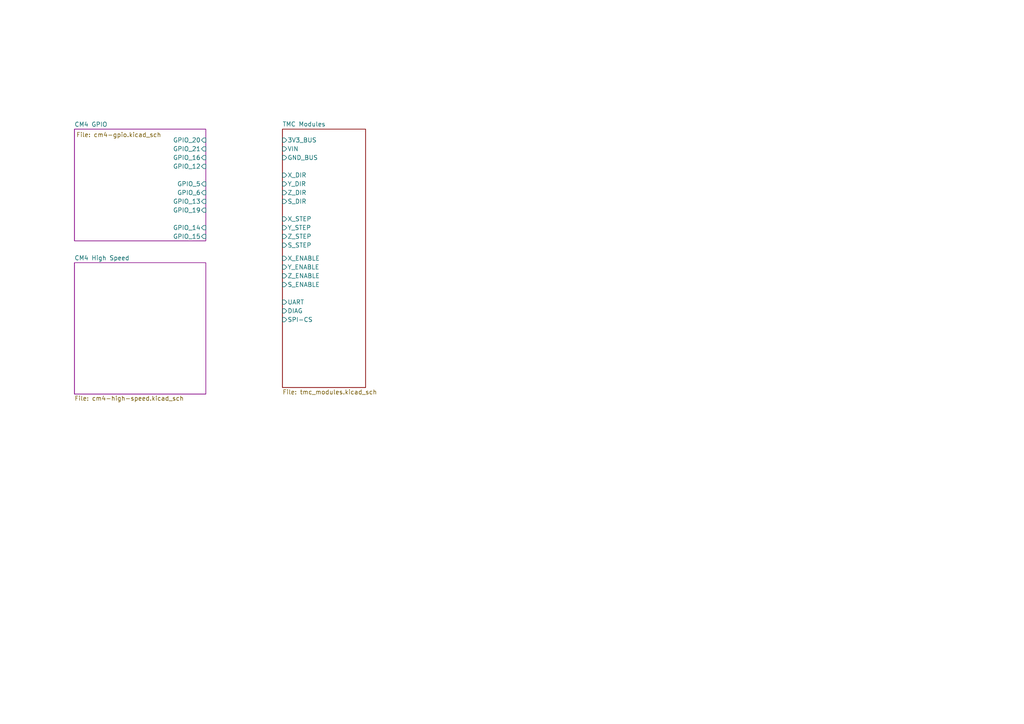
<source format=kicad_sch>
(kicad_sch
	(version 20250114)
	(generator "eeschema")
	(generator_version "9.0")
	(uuid "1dfe14b9-511b-4f2a-ad9b-70ff104a913e")
	(paper "A4")
	(title_block
		(title "A1K CMBoard")
		(date "2-03-2025")
		(rev "v01")
		(comment 2 "Open Hardware Licence")
	)
	(lib_symbols)
	(sheet
		(at 81.915 37.465)
		(size 24.13 74.93)
		(exclude_from_sim no)
		(in_bom yes)
		(on_board yes)
		(dnp no)
		(fields_autoplaced yes)
		(stroke
			(width 0.1524)
			(type solid)
		)
		(fill
			(color 0 0 0 0.0000)
		)
		(uuid "66b678fb-d468-40bd-aec8-6d35a72e8432")
		(property "Sheetname" "TMC Modules"
			(at 81.915 36.7534 0)
			(effects
				(font
					(size 1.27 1.27)
				)
				(justify left bottom)
			)
		)
		(property "Sheetfile" "tmc_modules.kicad_sch"
			(at 81.915 112.9796 0)
			(effects
				(font
					(size 1.27 1.27)
				)
				(justify left top)
			)
		)
		(pin "X_DIR" input
			(at 81.915 50.8 180)
			(uuid "d0187832-4feb-442b-a30e-5e824701860c")
			(effects
				(font
					(size 1.27 1.27)
				)
				(justify left)
			)
		)
		(pin "X_ENABLE" input
			(at 81.915 74.93 180)
			(uuid "a013147a-7ac6-47e0-9e5e-539d2ca72fa2")
			(effects
				(font
					(size 1.27 1.27)
				)
				(justify left)
			)
		)
		(pin "SPI-CS" input
			(at 81.915 92.71 180)
			(uuid "78fdc28f-63ed-4a50-873f-f5e980e86db5")
			(effects
				(font
					(size 1.27 1.27)
				)
				(justify left)
			)
		)
		(pin "X_STEP" input
			(at 81.915 63.5 180)
			(uuid "cababb8c-acff-406a-a158-a4d17ca9d6e5")
			(effects
				(font
					(size 1.27 1.27)
				)
				(justify left)
			)
		)
		(pin "DIAG" input
			(at 81.915 90.17 180)
			(uuid "609d9582-69db-4aee-b78e-e9c7a1a8262a")
			(effects
				(font
					(size 1.27 1.27)
				)
				(justify left)
			)
		)
		(pin "UART" input
			(at 81.915 87.63 180)
			(uuid "a5dec2db-b963-4900-be3b-a3d115f0cae9")
			(effects
				(font
					(size 1.27 1.27)
				)
				(justify left)
			)
		)
		(pin "Y_DIR" input
			(at 81.915 53.34 180)
			(uuid "8084ff6c-da9f-40b8-b4fb-03ee23394612")
			(effects
				(font
					(size 1.27 1.27)
				)
				(justify left)
			)
		)
		(pin "Z_ENABLE" input
			(at 81.915 80.01 180)
			(uuid "dd592ace-816e-4127-9a31-2b73014327f5")
			(effects
				(font
					(size 1.27 1.27)
				)
				(justify left)
			)
		)
		(pin "Y_STEP" input
			(at 81.915 66.04 180)
			(uuid "d7cb0b7e-7e12-4bc7-b371-da86b0dbab3e")
			(effects
				(font
					(size 1.27 1.27)
				)
				(justify left)
			)
		)
		(pin "Y_ENABLE" input
			(at 81.915 77.47 180)
			(uuid "da8db91a-f380-41ff-9f32-4c64ed17cdf4")
			(effects
				(font
					(size 1.27 1.27)
				)
				(justify left)
			)
		)
		(pin "VIN" input
			(at 81.915 43.18 180)
			(uuid "5a6b32e4-845c-404f-b298-a090f8898875")
			(effects
				(font
					(size 1.27 1.27)
				)
				(justify left)
			)
		)
		(pin "Z_DIR" input
			(at 81.915 55.88 180)
			(uuid "b1ded96d-a37e-4d2e-9d5e-a84aafbc874b")
			(effects
				(font
					(size 1.27 1.27)
				)
				(justify left)
			)
		)
		(pin "Z_STEP" input
			(at 81.915 68.58 180)
			(uuid "0d7ad6ac-7894-4e9b-b4d8-798d4fcddb76")
			(effects
				(font
					(size 1.27 1.27)
				)
				(justify left)
			)
		)
		(pin "S_DIR" input
			(at 81.915 58.42 180)
			(uuid "329bda38-1361-485e-9b20-c7e263b9bd34")
			(effects
				(font
					(size 1.27 1.27)
				)
				(justify left)
			)
		)
		(pin "S_STEP" input
			(at 81.915 71.12 180)
			(uuid "aa17884e-3be6-4267-bc8e-58a47690b02c")
			(effects
				(font
					(size 1.27 1.27)
				)
				(justify left)
			)
		)
		(pin "S_ENABLE" input
			(at 81.915 82.55 180)
			(uuid "f9d6182a-0b17-4534-b608-49f1f90422d3")
			(effects
				(font
					(size 1.27 1.27)
				)
				(justify left)
			)
		)
		(pin "3V3_BUS" input
			(at 81.915 40.64 180)
			(uuid "269dd483-9cf4-422c-98ba-4f9f2aaec4df")
			(effects
				(font
					(size 1.27 1.27)
				)
				(justify left)
			)
		)
		(pin "GND_BUS" input
			(at 81.915 45.72 180)
			(uuid "95fcaec8-e66d-425b-945e-31d5d931e577")
			(effects
				(font
					(size 1.27 1.27)
				)
				(justify left)
			)
		)
		(instances
			(project "rpi-cm4-base-carrier"
				(path "/1dfe14b9-511b-4f2a-ad9b-70ff104a913e"
					(page "4")
				)
			)
		)
	)
	(sheet
		(at 21.59 76.2)
		(size 38.1 38.1)
		(exclude_from_sim no)
		(in_bom yes)
		(on_board yes)
		(dnp no)
		(stroke
			(width 0)
			(type solid)
			(color 132 0 132 1)
		)
		(fill
			(color 255 255 255 0.0000)
		)
		(uuid "caa71f4c-454d-4ac9-b287-456eafb34991")
		(property "Sheetname" "CM4 High Speed"
			(at 21.59 75.5645 0)
			(effects
				(font
					(size 1.27 1.27)
				)
				(justify left bottom)
			)
		)
		(property "Sheetfile" "cm4-high-speed.kicad_sch"
			(at 21.59 114.8085 0)
			(effects
				(font
					(size 1.27 1.27)
				)
				(justify left top)
			)
		)
		(instances
			(project "rpi-cm4-base-carrier"
				(path "/1dfe14b9-511b-4f2a-ad9b-70ff104a913e"
					(page "3")
				)
			)
		)
	)
	(sheet
		(at 21.59 37.465)
		(size 38.1 32.385)
		(exclude_from_sim no)
		(in_bom yes)
		(on_board yes)
		(dnp no)
		(stroke
			(width 0)
			(type solid)
			(color 132 0 132 1)
		)
		(fill
			(color 255 255 255 0.0000)
		)
		(uuid "fc4c71a5-1008-4ac4-98db-57c838c57d91")
		(property "Sheetname" "CM4 GPIO"
			(at 21.59 36.8295 0)
			(effects
				(font
					(size 1.27 1.27)
				)
				(justify left bottom)
			)
		)
		(property "Sheetfile" "cm4-gpio.kicad_sch"
			(at 22.098 38.354 0)
			(effects
				(font
					(size 1.27 1.27)
				)
				(justify left top)
			)
		)
		(pin "GPIO_14" input
			(at 59.69 66.04 0)
			(uuid "b861f6ce-bfad-480d-98ab-71e3d0f071a5")
			(effects
				(font
					(size 1.27 1.27)
				)
				(justify right)
			)
		)
		(pin "GPIO_15" input
			(at 59.69 68.58 0)
			(uuid "23f4d34a-e9d4-4c59-ab64-b466f229caee")
			(effects
				(font
					(size 1.27 1.27)
				)
				(justify right)
			)
		)
		(pin "GPIO_5" input
			(at 59.69 53.34 0)
			(uuid "86da6966-1899-40ea-9783-0510577351ae")
			(effects
				(font
					(size 1.27 1.27)
				)
				(justify right)
			)
		)
		(pin "GPIO_6" input
			(at 59.69 55.88 0)
			(uuid "03eb5ec7-fe34-4396-b3ac-0b31c04a7b1d")
			(effects
				(font
					(size 1.27 1.27)
				)
				(justify right)
			)
		)
		(pin "GPIO_13" input
			(at 59.69 58.42 0)
			(uuid "bf33523d-5749-41f3-8d2c-8b898cb6868e")
			(effects
				(font
					(size 1.27 1.27)
				)
				(justify right)
			)
		)
		(pin "GPIO_19" input
			(at 59.69 60.96 0)
			(uuid "fa392e6b-3a7b-4245-bb7e-bf678649ac85")
			(effects
				(font
					(size 1.27 1.27)
				)
				(justify right)
			)
		)
		(pin "GPIO_20" input
			(at 59.69 40.64 0)
			(uuid "5a82839f-277f-4bec-84b1-2376c35247a4")
			(effects
				(font
					(size 1.27 1.27)
				)
				(justify right)
			)
		)
		(pin "GPIO_21" input
			(at 59.69 43.18 0)
			(uuid "9950a915-0bfc-477e-95b5-f7340f5cef4f")
			(effects
				(font
					(size 1.27 1.27)
				)
				(justify right)
			)
		)
		(pin "GPIO_16" input
			(at 59.69 45.72 0)
			(uuid "c2718375-1b78-4d2e-97bc-f93fbac51b96")
			(effects
				(font
					(size 1.27 1.27)
				)
				(justify right)
			)
		)
		(pin "GPIO_12" input
			(at 59.69 48.26 0)
			(uuid "9a997504-b870-448a-870d-27d54b3c7449")
			(effects
				(font
					(size 1.27 1.27)
				)
				(justify right)
			)
		)
		(instances
			(project "rpi-cm4-base-carrier"
				(path "/1dfe14b9-511b-4f2a-ad9b-70ff104a913e"
					(page "3")
				)
			)
		)
	)
	(sheet_instances
		(path "/"
			(page "1")
		)
	)
	(embedded_fonts no)
)

</source>
